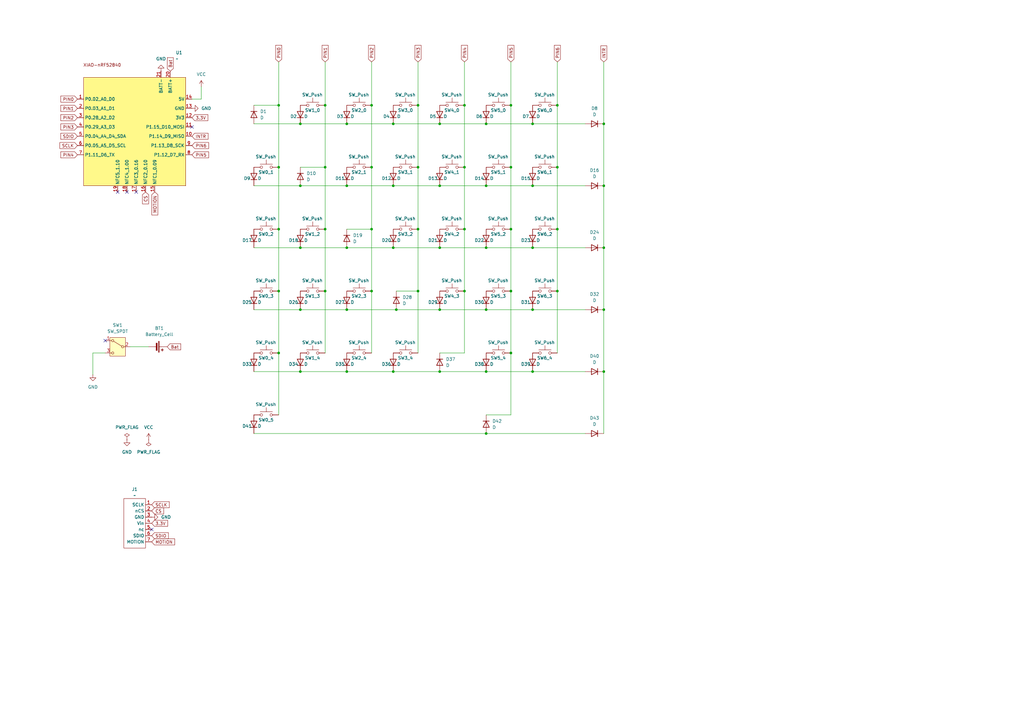
<source format=kicad_sch>
(kicad_sch (version 20231120) (generator "eeschema") (generator_version "8.0")
  (paper "A3")
  (lib_symbols
    (symbol "power:GND" (power) (pin_numbers hide) (pin_names (offset 0) hide)
      (property "Value" "GND" (at 0 -3.81 0))
      (symbol "GND_0_1"
        (polyline (pts (xy 0 0) (xy 0 -1.27) (xy 1.27 -1.27) (xy 0 -2.54) (xy -1.27 -1.27) (xy 0 -1.27)))
      )
      (symbol "GND_1_1"
        (pin power_in line (at 0 0 270) (length 0) (name "~") (number "1"))
      )
    )
    (symbol "power:PWR_FLAG" (power) (pin_numbers hide) (pin_names (offset 0) hide)
      (property "Value" "PWR_FLAG" (at 0 3.81 0))
      (symbol "PWR_FLAG_0_0"
        (pin power_out line (at 0 0 90) (length 0) (name "~") (number "1"))
      )
      (symbol "PWR_FLAG_0_1"
        (polyline (pts (xy 0 0) (xy 0 1.27) (xy -1.016 1.905) (xy 0 2.54) (xy 1.016 1.905) (xy 0 1.27)))
      )
    )
    (symbol "power:VCC" (power) (pin_numbers hide) (pin_names (offset 0) hide)
      (property "Value" "VCC" (at 0 3.556 0))
      (symbol "VCC_0_1"
        (polyline (pts (xy -0.762 1.27) (xy 0 2.54)))
        (polyline (pts (xy 0 0) (xy 0 2.54)))
        (polyline (pts (xy 0 2.54) (xy 0.762 1.27)))
      )
      (symbol "VCC_1_1"
        (pin power_in line (at 0 0 90) (length 0) (name "~") (number "1"))
      )
    )
    (symbol "roBa-Keyboard:Battery_Cell" (pin_numbers hide) (pin_names (offset 0) hide)
      (property "Reference" "BT" (at 2.54 2.54 0))
      (property "Value" "Battery_Cell" (at 2.54 0 0))
      (symbol "Battery_Cell_0_1"
        (rectangle (start -2.286 1.778) (end 2.286 1.524) (fill (type outline)))
        (rectangle (start -1.524 1.016) (end 1.524 0.508) (fill (type outline)))
        (polyline (pts (xy 0 0.762) (xy 0 0)))
        (polyline (pts (xy 0 1.778) (xy 0 2.54)))
        (polyline (pts (xy 0.762 3.048) (xy 1.778 3.048)) (stroke (width 0.254)))
        (polyline (pts (xy 1.27 3.556) (xy 1.27 2.54)) (stroke (width 0.254)))
      )
      (symbol "Battery_Cell_1_1"
        (pin passive line (at 0 5.08 270) (length 2.54) (name "+") (number "1"))
        (pin passive line (at 0 -2.54 90) (length 2.54) (name "-") (number "2"))
      )
    )
    (symbol "roBa-Keyboard:D" (pin_numbers hide) (pin_names (offset 1.016) hide)
      (property "Reference" "D15" (at 1.1684 -2.0066 90))
      (property "Value" "D" (at -1.143 -2.0066 90))
      (symbol "D_0_1"
        (polyline (pts (xy -1.27 1.27) (xy -1.27 -1.27)) (stroke (width 0.254)))
        (polyline (pts (xy 1.27 0) (xy -1.27 0)))
        (polyline (pts (xy 1.27 1.27) (xy 1.27 -1.27) (xy -1.27 0) (xy 1.27 1.27)) (stroke (width 0.254)))
      )
      (symbol "D_1_1"
        (pin passive line (at -3.81 0 0) (length 2.54) (name "K") (number "1"))
        (pin passive line (at 3.81 0 180) (length 2.54) (name "A") (number "2"))
      )
    )
    (symbol "roBa-Keyboard:SW_Push" (pin_numbers hide) (pin_names (offset 1.016) hide)
      (property "Reference" "SW" (at 1.27 2.54 0))
      (property "Value" "SW_Push" (at 0 -1.524 0))
      (symbol "SW_Push_0_1"
        (circle (center -2.032 0) (radius 0.508))
        (polyline (pts (xy 0 1.27) (xy 0 3.048)))
        (polyline (pts (xy 2.54 1.27) (xy -2.54 1.27)))
        (circle (center 2.032 0) (radius 0.508))
        (pin passive line (at -5.08 0 0) (length 2.54) (name "1") (number "1"))
        (pin passive line (at 5.08 0 180) (length 2.54) (name "2") (number "2"))
      )
    )
    (symbol "roBa-Keyboard:SW_SPDT" (pin_names (offset 0) hide)
      (property "Reference" "SW" (at 0 5.08 0))
      (property "Value" "SW_SPDT" (at 0 -5.08 0))
      (symbol "SW_SPDT_0_1"
        (circle (center -2.032 0) (radius 0.4572))
        (polyline (pts (xy -1.651 0.254) (xy 1.651 2.286)))
        (circle (center 2.032 -2.54) (radius 0.4572))
        (circle (center 2.032 2.54) (radius 0.4572))
      )
      (symbol "SW_SPDT_1_1"
        (rectangle (start -3.175 3.81) (end 3.175 -3.81) (fill (type background)))
        (pin passive line (at 5.08 2.54 180) (length 2.54) (name "A") (number "1"))
        (pin passive line (at -5.08 0 0) (length 2.54) (name "B") (number "2"))
        (pin passive line (at 5.08 -2.54 180) (length 2.54) (name "C") (number "3"))
      )
    )
    (symbol "roBa-Keyboard:XIAO-nRF52840"
      (property "Reference" "U" (at 13.97 -3.81 0))
      (symbol "XIAO-nRF52840_1_1"
        (text "XIAO-nRF52840" (at 20.32 -1.27 0) (effects (font (size 1.27 1.27))))
        (text_box "" (at 12.7 -6.35 0) (size 41.91 -44.45) (fill (type color) (color 255 249 138 1)) (effects (font (size 1.27 1.27)) (justify left top)))
        (pin unspecified line (at 10.16 -15.24 0) (length 2.54) (name "P0.02_A0_D0") (number "1"))
        (pin unspecified line (at 57.15 -30.48 180) (length 2.54) (name "P1.14_D9_MISO") (number "10"))
        (pin unspecified line (at 57.15 -26.67 180) (length 2.54) (name "P1.15_D10_MOSI") (number "11"))
        (pin unspecified line (at 57.15 -22.86 180) (length 2.54) (name "3V3") (number "12"))
        (pin unspecified line (at 57.15 -19.05 180) (length 2.54) (name "GND") (number "13"))
        (pin unspecified line (at 57.15 -15.24 180) (length 2.54) (name "5V") (number "14"))
        (pin unspecified line (at 41.91 -53.34 90) (length 2.54) (name "NFC1_0.09") (number "15"))
        (pin unspecified line (at 38.1 -53.34 90) (length 2.54) (name "NFC2_0.10") (number "16"))
        (pin unspecified line (at 34.29 -53.34 90) (length 2.54) (name "NFC3_0.16") (number "17"))
        (pin unspecified line (at 30.48 -53.34 90) (length 2.54) (name "NFC4_1.00") (number "18"))
        (pin unspecified line (at 26.67 -53.34 90) (length 2.54) (name "NFC5_1.10") (number "19"))
        (pin unspecified line (at 10.16 -19.05 0) (length 2.54) (name "P0.03_A1_D1") (number "2"))
        (pin unspecified line (at 48.26 -3.81 270) (length 2.54) (name "BATT+") (number "20"))
        (pin unspecified line (at 44.45 -3.81 270) (length 2.54) (name "BATT-") (number "21"))
        (pin unspecified line (at 10.16 -22.86 0) (length 2.54) (name "P0.28_A2_D2") (number "3"))
        (pin unspecified line (at 10.16 -26.67 0) (length 2.54) (name "P0.29_A3_D3") (number "4"))
        (pin unspecified line (at 10.16 -30.48 0) (length 2.54) (name "P0.04_A4_D4_SDA") (number "5"))
        (pin unspecified line (at 10.16 -34.29 0) (length 2.54) (name "P0.05_A5_D5_SCL") (number "6"))
        (pin unspecified line (at 10.16 -38.1 0) (length 2.54) (name "P1.11_D6_TX") (number "7"))
        (pin unspecified line (at 57.15 -38.1 180) (length 2.54) (name "P1.12_D7_RX") (number "8"))
        (pin unspecified line (at 57.15 -34.29 180) (length 2.54) (name "P1.13_D8_SCK") (number "9"))
      )
    )
    (symbol "roba:pmw3610_breakout"
      (property "Reference" "J1" (at -1.905 3.81 0))
      (property "Value" "~" (at -1.905 1.27 0))
      (symbol "pmw3610_breakout_0_1"
        (rectangle (start -6.35 0) (end 2.54 -20.32))
      )
      (symbol "pmw3610_breakout_1_1"
        (pin unspecified line (at 5.08 -2.54 180) (length 2.54) (name "SCLK") (number "1"))
        (pin unspecified line (at 5.08 -5.08 180) (length 2.54) (name "nCS") (number "2"))
        (pin unspecified line (at 5.08 -7.62 180) (length 2.54) (name "GND") (number "3"))
        (pin unspecified line (at 5.08 -10.16 180) (length 2.54) (name "Vin") (number "4"))
        (pin unspecified line (at 5.08 -12.7 180) (length 2.54) (name "nc") (number "5"))
        (pin unspecified line (at 5.08 -15.24 180) (length 2.54) (name "SDIO") (number "6"))
        (pin unspecified line (at 5.08 -17.78 180) (length 2.54) (name "MOTION") (number "7"))
      )
    )
  )
  (junction (at 152.4 119.38))
  (junction (at 152.4 93.98))
  (junction (at 142.24 127))
  (junction (at 123.19 152.4))
  (junction (at 180.34 152.4))
  (junction (at 171.45 43.18))
  (junction (at 142.24 76.2))
  (junction (at 123.19 76.2))
  (junction (at 171.45 119.38))
  (junction (at 190.5 93.98))
  (junction (at 142.24 50.8))
  (junction (at 114.3 119.38))
  (junction (at 161.29 101.6))
  (junction (at 247.65 152.4))
  (junction (at 114.3 43.18))
  (junction (at 180.34 76.2))
  (junction (at 209.55 43.18))
  (junction (at 162.56 127))
  (junction (at 228.6 93.98))
  (junction (at 123.19 101.6))
  (junction (at 228.6 68.58))
  (junction (at 199.39 127))
  (junction (at 209.55 68.58))
  (junction (at 199.39 177.8))
  (junction (at 123.19 127))
  (junction (at 123.19 50.8))
  (junction (at 228.6 43.18))
  (junction (at 209.55 119.38))
  (junction (at 180.34 50.8))
  (junction (at 114.3 93.98))
  (junction (at 199.39 101.6))
  (junction (at 190.5 119.38))
  (junction (at 247.65 127))
  (junction (at 190.5 43.18))
  (junction (at 218.44 127))
  (junction (at 199.39 76.2))
  (junction (at 142.24 101.6))
  (junction (at 218.44 76.2))
  (junction (at 152.4 43.18))
  (junction (at 161.29 152.4))
  (junction (at 209.55 93.98))
  (junction (at 247.65 50.8))
  (junction (at 171.45 93.98))
  (junction (at 161.29 50.8))
  (junction (at 133.35 43.18))
  (junction (at 218.44 152.4))
  (junction (at 142.24 152.4))
  (junction (at 218.44 50.8))
  (junction (at 152.4 68.58))
  (junction (at 171.45 68.58))
  (junction (at 133.35 93.98))
  (junction (at 209.55 144.78))
  (junction (at 161.29 76.2))
  (junction (at 199.39 152.4))
  (junction (at 247.65 101.6))
  (junction (at 133.35 68.58))
  (junction (at 199.39 50.8))
  (junction (at 247.65 76.2))
  (junction (at 180.34 127))
  (junction (at 114.3 68.58))
  (junction (at 180.34 101.6))
  (junction (at 228.6 119.38))
  (junction (at 218.44 101.6))
  (junction (at 114.3 144.78))
  (junction (at 133.35 119.38))
  (junction (at 190.5 68.58))
  (no_connect (at 78.74 52.07))
  (no_connect (at 55.88 78.74))
  (no_connect (at 43.18 139.7))
  (no_connect (at 52.07 78.74))
  (no_connect (at 48.26 78.74))
  (no_connect (at 62.23 217.17))
  (wire (pts (xy 152.4 119.38) (xy 152.4 144.78)))
  (wire (pts (xy 78.74 40.64) (xy 82.55 40.64)))
  (wire (pts (xy 114.3 68.58) (xy 114.3 93.98)))
  (wire (pts (xy 209.55 68.58) (xy 209.55 93.98)))
  (wire (pts (xy 247.65 152.4) (xy 247.65 177.8)))
  (wire (pts (xy 199.39 177.8) (xy 240.03 177.8)))
  (wire (pts (xy 142.24 50.8) (xy 161.29 50.8)))
  (wire (pts (xy 152.4 93.98) (xy 152.4 119.38)))
  (wire (pts (xy 161.29 76.2) (xy 180.34 76.2)))
  (wire (pts (xy 162.56 119.38) (xy 171.45 119.38)))
  (wire (pts (xy 133.35 25.4) (xy 133.35 43.18)))
  (wire (pts (xy 218.44 76.2) (xy 240.03 76.2)))
  (wire (pts (xy 123.19 152.4) (xy 142.24 152.4)))
  (wire (pts (xy 247.65 101.6) (xy 247.65 127)))
  (wire (pts (xy 209.55 93.98) (xy 209.55 119.38)))
  (wire (pts (xy 38.1 153.67) (xy 38.1 144.78)))
  (wire (pts (xy 114.3 25.4) (xy 114.3 43.18)))
  (wire (pts (xy 190.5 119.38) (xy 190.5 144.78)))
  (wire (pts (xy 171.45 68.58) (xy 171.45 93.98)))
  (wire (pts (xy 104.14 101.6) (xy 123.19 101.6)))
  (wire (pts (xy 123.19 127) (xy 142.24 127)))
  (wire (pts (xy 247.65 25.4) (xy 247.65 50.8)))
  (wire (pts (xy 218.44 152.4) (xy 240.03 152.4)))
  (wire (pts (xy 142.24 76.2) (xy 161.29 76.2)))
  (wire (pts (xy 171.45 25.4) (xy 171.45 43.18)))
  (wire (pts (xy 190.5 68.58) (xy 190.5 93.98)))
  (wire (pts (xy 247.65 127) (xy 247.65 152.4)))
  (wire (pts (xy 228.6 93.98) (xy 228.6 119.38)))
  (wire (pts (xy 199.39 101.6) (xy 218.44 101.6)))
  (wire (pts (xy 104.14 50.8) (xy 123.19 50.8)))
  (wire (pts (xy 209.55 119.38) (xy 209.55 144.78)))
  (wire (pts (xy 82.55 35.56) (xy 82.55 40.64)))
  (wire (pts (xy 209.55 25.4) (xy 209.55 43.18)))
  (wire (pts (xy 218.44 50.8) (xy 240.03 50.8)))
  (wire (pts (xy 218.44 101.6) (xy 240.03 101.6)))
  (wire (pts (xy 104.14 76.2) (xy 123.19 76.2)))
  (wire (pts (xy 209.55 144.78) (xy 209.55 170.18)))
  (wire (pts (xy 152.4 25.4) (xy 152.4 43.18)))
  (wire (pts (xy 190.5 25.4) (xy 190.5 43.18)))
  (wire (pts (xy 142.24 152.4) (xy 161.29 152.4)))
  (wire (pts (xy 180.34 152.4) (xy 199.39 152.4)))
  (wire (pts (xy 133.35 68.58) (xy 133.35 93.98)))
  (wire (pts (xy 199.39 152.4) (xy 218.44 152.4)))
  (wire (pts (xy 133.35 93.98) (xy 133.35 119.38)))
  (wire (pts (xy 180.34 50.8) (xy 199.39 50.8)))
  (wire (pts (xy 180.34 101.6) (xy 199.39 101.6)))
  (wire (pts (xy 104.14 177.8) (xy 199.39 177.8)))
  (wire (pts (xy 199.39 50.8) (xy 218.44 50.8)))
  (wire (pts (xy 104.14 127) (xy 123.19 127)))
  (wire (pts (xy 104.14 43.18) (xy 114.3 43.18)))
  (wire (pts (xy 142.24 93.98) (xy 152.4 93.98)))
  (wire (pts (xy 142.24 101.6) (xy 161.29 101.6)))
  (wire (pts (xy 114.3 119.38) (xy 114.3 144.78)))
  (wire (pts (xy 161.29 50.8) (xy 180.34 50.8)))
  (wire (pts (xy 123.19 76.2) (xy 142.24 76.2)))
  (wire (pts (xy 123.19 101.6) (xy 142.24 101.6)))
  (wire (pts (xy 133.35 119.38) (xy 133.35 144.78)))
  (wire (pts (xy 171.45 93.98) (xy 171.45 119.38)))
  (wire (pts (xy 180.34 127) (xy 199.39 127)))
  (wire (pts (xy 218.44 127) (xy 240.03 127)))
  (wire (pts (xy 142.24 127) (xy 162.56 127)))
  (wire (pts (xy 38.1 144.78) (xy 43.18 144.78)))
  (wire (pts (xy 114.3 93.98) (xy 114.3 119.38)))
  (wire (pts (xy 190.5 93.98) (xy 190.5 119.38)))
  (wire (pts (xy 114.3 43.18) (xy 114.3 68.58)))
  (wire (pts (xy 171.45 119.38) (xy 171.45 144.78)))
  (wire (pts (xy 180.34 76.2) (xy 199.39 76.2)))
  (wire (pts (xy 171.45 43.18) (xy 171.45 68.58)))
  (wire (pts (xy 152.4 68.58) (xy 152.4 93.98)))
  (wire (pts (xy 123.19 68.58) (xy 133.35 68.58)))
  (wire (pts (xy 228.6 119.38) (xy 228.6 144.78)))
  (wire (pts (xy 133.35 43.18) (xy 133.35 68.58)))
  (wire (pts (xy 123.19 50.8) (xy 142.24 50.8)))
  (wire (pts (xy 199.39 170.18) (xy 209.55 170.18)))
  (wire (pts (xy 162.56 127) (xy 180.34 127)))
  (wire (pts (xy 199.39 127) (xy 218.44 127)))
  (wire (pts (xy 180.34 144.78) (xy 190.5 144.78)))
  (wire (pts (xy 228.6 43.18) (xy 228.6 68.58)))
  (wire (pts (xy 228.6 68.58) (xy 228.6 93.98)))
  (wire (pts (xy 190.5 43.18) (xy 190.5 68.58)))
  (wire (pts (xy 114.3 144.78) (xy 114.3 170.18)))
  (wire (pts (xy 152.4 43.18) (xy 152.4 68.58)))
  (wire (pts (xy 199.39 76.2) (xy 218.44 76.2)))
  (wire (pts (xy 209.55 43.18) (xy 209.55 68.58)))
  (wire (pts (xy 161.29 152.4) (xy 180.34 152.4)))
  (wire (pts (xy 228.6 25.4) (xy 228.6 43.18)))
  (wire (pts (xy 247.65 50.8) (xy 247.65 76.2)))
  (wire (pts (xy 161.29 101.6) (xy 180.34 101.6)))
  (wire (pts (xy 53.34 142.24) (xy 60.96 142.24)))
  (wire (pts (xy 247.65 76.2) (xy 247.65 101.6)))
  (wire (pts (xy 104.14 152.4) (xy 123.19 152.4)))
  (global_label "SCLK" (shape input) (at 62.23 207.01 0) (property "Intersheetrefs" "${INTERSHEET_REFS}" (effects (hide yes))))
  (global_label "INTR" (shape input) (at 247.65 25.4 90) (property "Intersheetrefs" "${INTERSHEET_REFS}" (effects (hide yes))))
  (global_label "PIN3" (shape input) (at 171.45 25.4 90) (property "Intersheetrefs" "${INTERSHEET_REFS}" (effects (hide yes))))
  (global_label "PIN5" (shape input) (at 78.74 63.5 0) (property "Intersheetrefs" "${INTERSHEET_REFS}" (effects (hide yes))))
  (global_label "MOTION" (shape input) (at 62.23 222.25 0) (property "Intersheetrefs" "${INTERSHEET_REFS}" (effects (hide yes))))
  (global_label "PIN0" (shape input) (at 114.3 25.4 90) (property "Intersheetrefs" "${INTERSHEET_REFS}" (effects (hide yes))))
  (global_label "PIN6" (shape input) (at 228.6 25.4 90) (property "Intersheetrefs" "${INTERSHEET_REFS}" (effects (hide yes))))
  (global_label "MOTION" (shape input) (at 63.5 78.74 270) (property "Intersheetrefs" "${INTERSHEET_REFS}" (effects (hide yes))))
  (global_label "PIN1" (shape input) (at 31.75 44.45 180) (property "Intersheetrefs" "${INTERSHEET_REFS}" (effects (hide yes))))
  (global_label "PIN2" (shape input) (at 152.4 25.4 90) (property "Intersheetrefs" "${INTERSHEET_REFS}" (effects (hide yes))))
  (global_label "PIN5" (shape input) (at 209.55 25.4 90) (property "Intersheetrefs" "${INTERSHEET_REFS}" (effects (hide yes))))
  (global_label "PIN1" (shape input) (at 133.35 25.4 90) (property "Intersheetrefs" "${INTERSHEET_REFS}" (effects (hide yes))))
  (global_label "SDIO" (shape input) (at 31.75 55.88 180) (property "Intersheetrefs" "${INTERSHEET_REFS}" (effects (hide yes))))
  (global_label "PIN6" (shape input) (at 78.74 59.69 0) (property "Intersheetrefs" "${INTERSHEET_REFS}" (effects (hide yes))))
  (global_label "PIN2" (shape input) (at 31.75 48.26 180) (property "Intersheetrefs" "${INTERSHEET_REFS}" (effects (hide yes))))
  (global_label "PIN4" (shape input) (at 31.75 63.5 180) (property "Intersheetrefs" "${INTERSHEET_REFS}" (effects (hide yes))))
  (global_label "PIN0" (shape input) (at 31.75 40.64 180) (property "Intersheetrefs" "${INTERSHEET_REFS}" (effects (hide yes))))
  (global_label "SDIO" (shape input) (at 62.23 219.71 0) (property "Intersheetrefs" "${INTERSHEET_REFS}" (effects (hide yes))))
  (global_label "INTR" (shape input) (at 78.74 55.88 0) (property "Intersheetrefs" "${INTERSHEET_REFS}" (effects (hide yes))))
  (global_label "PIN3" (shape input) (at 31.75 52.07 180) (property "Intersheetrefs" "${INTERSHEET_REFS}" (effects (hide yes))))
  (global_label "3.3V" (shape input) (at 62.23 214.63 0) (property "Intersheetrefs" "${INTERSHEET_REFS}" (effects (hide yes))))
  (global_label "PIN4" (shape input) (at 190.5 25.4 90) (property "Intersheetrefs" "${INTERSHEET_REFS}" (effects (hide yes))))
  (global_label "CS" (shape input) (at 59.69 78.74 270) (property "Intersheetrefs" "${INTERSHEET_REFS}" (effects (hide yes))))
  (global_label "SCLK" (shape input) (at 31.75 59.69 180) (property "Intersheetrefs" "${INTERSHEET_REFS}" (effects (hide yes))))
  (global_label "Bat" (shape input) (at 69.85 29.21 90) (property "Intersheetrefs" "${INTERSHEET_REFS}" (effects (hide yes))))
  (global_label "3.3V" (shape input) (at 78.74 48.26 0) (property "Intersheetrefs" "${INTERSHEET_REFS}" (effects (hide yes))))
  (global_label "CS" (shape input) (at 62.23 209.55 0) (property "Intersheetrefs" "${INTERSHEET_REFS}" (effects (hide yes))))
  (global_label "Bat" (shape input) (at 68.58 142.24 0) (property "Intersheetrefs" "${INTERSHEET_REFS}" (effects (hide yes))))
  (symbol (lib_id "roBa-Keyboard:D") (at 199.39 173.99 270) (unit 1)
    (property "Reference" "D42" (at 201.93 172.7199 90) (effects (justify left)))
    (property "Value" "D" (at 201.93 175.2599 90) (effects (justify left)))
    (property "Footprint" "sym6_salicyl:Diode_TH_SMD" (effects (hide yes)))
  )
  (symbol (lib_id "roBa-Keyboard:D") (at 218.44 123.19 90) (unit 1)
    (property "Reference" "D31" (at 215.646 123.952 90))
    (property "Value" "D" (at 220.726 123.952 90))
    (property "Footprint" "sym6_salicyl:Diode_TH_SMD" (effects (hide yes)))
  )
  (symbol (lib_id "power:VCC") (at 82.55 35.56 0) (unit 1)
    (property "Reference" "#PWR03" (effects (hide yes)))
    (property "Value" "VCC" (at 82.55 30.48 0))
    (property "Description" "Power symbol creates a global label with name \"VCC\"" (effects (hide yes)))
  )
  (symbol (lib_id "roBa-Keyboard:SW_Push") (at 109.22 93.98 0) (unit 1)
    (property "Reference" "SW0_2" (at 112.268 96.012 0) (effects (justify right)))
    (property "Value" "SW_Push" (at 113.284 89.662 0) (effects (justify right)))
    (property "Footprint" "sym6_salicyl:Choc_v2_Hotswap_1u" (effects (hide yes)))
    (property "Description" "Push button switch, generic, two pins" (effects (hide yes)))
  )
  (symbol (lib_id "roBa-Keyboard:D") (at 142.24 148.59 90) (unit 1)
    (property "Reference" "D35" (at 139.446 149.352 90))
    (property "Value" "D" (at 144.526 149.352 90))
    (property "Footprint" "sym6_salicyl:Diode_TH_SMD" (effects (hide yes)))
  )
  (symbol (lib_id "roBa-Keyboard:D") (at 161.29 46.99 90) (unit 1)
    (property "Reference" "D4" (at 158.496 47.752 90))
    (property "Value" "D" (at 163.576 47.752 90))
    (property "Footprint" "sym6_salicyl:Diode_TH_SMD" (effects (hide yes)))
  )
  (symbol (lib_id "roBa-Keyboard:D") (at 199.39 72.39 90) (unit 1)
    (property "Reference" "D14" (at 196.596 73.152 90))
    (property "Value" "D" (at 201.676 73.152 90))
    (property "Footprint" "sym6_salicyl:Diode_TH_SMD" (effects (hide yes)))
  )
  (symbol (lib_id "roBa-Keyboard:D") (at 123.19 46.99 90) (unit 1)
    (property "Reference" "D2" (at 120.396 47.752 90))
    (property "Value" "D" (at 125.476 47.752 90))
    (property "Footprint" "sym6_salicyl:Diode_TH_SMD" (effects (hide yes)))
  )
  (symbol (lib_id "roBa-Keyboard:SW_Push") (at 223.52 43.18 0) (unit 1)
    (property "Reference" "SW6_0" (at 226.568 45.212 0) (effects (justify right)))
    (property "Value" "SW_Push" (at 227.584 38.862 0) (effects (justify right)))
    (property "Footprint" "sym6_salicyl:Choc_v2_Hotswap_1u" (effects (hide yes)))
    (property "Description" "Push button switch, generic, two pins" (effects (hide yes)))
  )
  (symbol (lib_id "power:PWR_FLAG") (at 52.07 180.34 0) (unit 1)
    (property "Reference" "#FLG01" (effects (hide yes)))
    (property "Value" "PWR_FLAG" (at 52.07 175.26 0))
    (property "Description" "Special symbol for telling ERC where power comes from" (effects (hide yes)))
  )
  (symbol (lib_id "roBa-Keyboard:SW_Push") (at 128.27 119.38 0) (unit 1)
    (property "Reference" "SW1_3" (at 131.318 121.412 0) (effects (justify right)))
    (property "Value" "SW_Push" (at 132.334 115.062 0) (effects (justify right)))
    (property "Footprint" "sym6_salicyl:Choc_v2_Hotswap_1u" (effects (hide yes)))
    (property "Description" "Push button switch, generic, two pins" (effects (hide yes)))
  )
  (symbol (lib_id "roBa-Keyboard:D") (at 243.84 50.8 180) (unit 1)
    (property "Reference" "D8" (at 243.84 44.45 0))
    (property "Value" "D" (at 243.84 46.99 0))
    (property "Footprint" "sym6_salicyl:Diode_TH_SMD" (effects (hide yes)))
  )
  (symbol (lib_id "roBa-Keyboard:D") (at 161.29 97.79 90) (unit 1)
    (property "Reference" "D20" (at 158.496 98.552 90))
    (property "Value" "D" (at 163.576 98.552 90))
    (property "Footprint" "sym6_salicyl:Diode_TH_SMD" (effects (hide yes)))
  )
  (symbol (lib_id "roBa-Keyboard:D") (at 161.29 72.39 90) (unit 1)
    (property "Reference" "D12" (at 158.496 73.152 90))
    (property "Value" "D" (at 163.576 73.152 90))
    (property "Footprint" "sym6_salicyl:Diode_TH_SMD" (effects (hide yes)))
  )
  (symbol (lib_id "roBa-Keyboard:SW_Push") (at 185.42 68.58 0) (unit 1)
    (property "Reference" "SW4_1" (at 188.468 70.612 0) (effects (justify right)))
    (property "Value" "SW_Push" (at 189.484 64.262 0) (effects (justify right)))
    (property "Footprint" "sym6_salicyl:Choc_v2_Hotswap_1u" (effects (hide yes)))
    (property "Description" "Push button switch, generic, two pins" (effects (hide yes)))
  )
  (symbol (lib_id "power:GND") (at 52.07 180.34 0) (unit 1)
    (property "Reference" "#PWR07" (effects (hide yes)))
    (property "Value" "GND" (at 52.07 185.42 0))
    (property "Description" "Power symbol creates a global label with name \"GND\" , ground" (effects (hide yes)))
  )
  (symbol (lib_id "roBa-Keyboard:D") (at 104.14 173.99 90) (unit 1)
    (property "Reference" "D41" (at 101.346 174.752 90))
    (property "Value" "D" (at 106.426 174.752 90))
    (property "Footprint" "sym6_salicyl:Diode_TH_SMD" (effects (hide yes)))
  )
  (symbol (lib_id "roBa-Keyboard:SW_Push") (at 185.42 119.38 0) (unit 1)
    (property "Reference" "SW4_3" (at 188.468 121.412 0) (effects (justify right)))
    (property "Value" "SW_Push" (at 189.484 115.062 0) (effects (justify right)))
    (property "Footprint" "sym6_salicyl:Choc_v2_Hotswap_1u" (effects (hide yes)))
    (property "Description" "Push button switch, generic, two pins" (effects (hide yes)))
  )
  (symbol (lib_id "roBa-Keyboard:D") (at 161.29 148.59 90) (unit 1)
    (property "Reference" "D36" (at 158.496 149.352 90))
    (property "Value" "D" (at 163.576 149.352 90))
    (property "Footprint" "sym6_salicyl:Diode_TH_SMD" (effects (hide yes)))
  )
  (symbol (lib_id "roBa-Keyboard:SW_Push") (at 147.32 43.18 0) (unit 1)
    (property "Reference" "SW2_0" (at 150.368 45.212 0) (effects (justify right)))
    (property "Value" "SW_Push" (at 151.384 38.862 0) (effects (justify right)))
    (property "Footprint" "sym6_salicyl:Choc_v2_Hotswap_1u" (effects (hide yes)))
    (property "Description" "Push button switch, generic, two pins" (effects (hide yes)))
  )
  (symbol (lib_id "roBa-Keyboard:SW_Push") (at 204.47 43.18 0) (unit 1)
    (property "Reference" "SW5_0" (at 207.518 45.212 0) (effects (justify right)))
    (property "Value" "SW_Push" (at 208.534 38.862 0) (effects (justify right)))
    (property "Footprint" "sym6_salicyl:Choc_v2_Hotswap_1u" (effects (hide yes)))
    (property "Description" "Push button switch, generic, two pins" (effects (hide yes)))
  )
  (symbol (lib_id "roBa-Keyboard:D") (at 123.19 148.59 90) (unit 1)
    (property "Reference" "D34" (at 120.396 149.352 90))
    (property "Value" "D" (at 125.476 149.352 90))
    (property "Footprint" "sym6_salicyl:Diode_TH_SMD" (effects (hide yes)))
  )
  (symbol (lib_id "roBa-Keyboard:SW_Push") (at 166.37 93.98 0) (unit 1)
    (property "Reference" "SW3_2" (at 169.418 96.012 0) (effects (justify right)))
    (property "Value" "SW_Push" (at 170.434 89.662 0) (effects (justify right)))
    (property "Footprint" "sym6_salicyl:Choc_v2_Hotswap_1u" (effects (hide yes)))
    (property "Description" "Push button switch, generic, two pins" (effects (hide yes)))
  )
  (symbol (lib_id "roBa-Keyboard:SW_Push") (at 109.22 144.78 0) (unit 1)
    (property "Reference" "SW0_4" (at 112.268 146.812 0) (effects (justify right)))
    (property "Value" "SW_Push" (at 113.284 140.462 0) (effects (justify right)))
    (property "Footprint" "sym6_salicyl:Choc_v2_Hotswap_1u" (effects (hide yes)))
    (property "Description" "Push button switch, generic, two pins" (effects (hide yes)))
  )
  (symbol (lib_id "roBa-Keyboard:D") (at 142.24 46.99 90) (unit 1)
    (property "Reference" "D3" (at 139.446 47.752 90))
    (property "Value" "D" (at 144.526 47.752 90))
    (property "Footprint" "sym6_salicyl:Diode_TH_SMD" (effects (hide yes)))
  )
  (symbol (lib_id "roBa-Keyboard:D") (at 199.39 46.99 90) (unit 1)
    (property "Reference" "D6" (at 196.596 47.752 90))
    (property "Value" "D" (at 201.676 47.752 90))
    (property "Footprint" "sym6_salicyl:Diode_TH_SMD" (effects (hide yes)))
  )
  (symbol (lib_id "roBa-Keyboard:D") (at 218.44 148.59 90) (unit 1)
    (property "Reference" "D39" (at 215.646 149.352 90))
    (property "Value" "D" (at 220.726 149.352 90))
    (property "Footprint" "sym6_salicyl:Diode_TH_SMD" (effects (hide yes)))
  )
  (symbol (lib_id "roBa-Keyboard:Battery_Cell") (at 63.5 142.24 270) (unit 1)
    (property "Reference" "BT1" (at 65.3415 134.62 90))
    (property "Value" "Battery_Cell" (at 65.3415 137.16 90))
    (property "Footprint" "sym6_roba:JST_S2B-PH-SM4-TB" (effects (hide yes)))
    (property "Description" "Single-cell battery" (effects (hide yes)))
  )
  (symbol (lib_id "roBa-Keyboard:D") (at 180.34 123.19 90) (unit 1)
    (property "Reference" "D29" (at 177.546 123.952 90))
    (property "Value" "D" (at 182.626 123.952 90))
    (property "Footprint" "sym6_salicyl:Diode_TH_SMD" (effects (hide yes)))
  )
  (symbol (lib_id "roBa-Keyboard:D") (at 104.14 46.99 270) (unit 1)
    (property "Reference" "D1" (at 106.68 45.7199 90) (effects (justify left)))
    (property "Value" "D" (at 106.68 48.2599 90) (effects (justify left)))
    (property "Footprint" "sym6_salicyl:Diode_TH_SMD" (effects (hide yes)))
  )
  (symbol (lib_id "power:GND") (at 38.1 153.67 0) (unit 1)
    (property "Reference" "#PWR05" (effects (hide yes)))
    (property "Value" "GND" (at 38.1 158.75 0))
    (property "Description" "Power symbol creates a global label with name \"GND\" , ground" (effects (hide yes)))
  )
  (symbol (lib_id "roBa-Keyboard:SW_Push") (at 128.27 144.78 0) (unit 1)
    (property "Reference" "SW1_4" (at 131.318 146.812 0) (effects (justify right)))
    (property "Value" "SW_Push" (at 132.334 140.462 0) (effects (justify right)))
    (property "Footprint" "sym6_salicyl:Choc_v2_Hotswap_1u" (effects (hide yes)))
    (property "Description" "Push button switch, generic, two pins" (effects (hide yes)))
  )
  (symbol (lib_id "roBa-Keyboard:SW_Push") (at 223.52 68.58 0) (unit 1)
    (property "Reference" "SW6_1" (at 226.568 70.612 0) (effects (justify right)))
    (property "Value" "SW_Push" (at 227.584 64.262 0) (effects (justify right)))
    (property "Footprint" "sym6_salicyl:Choc_v2_Hotswap_1u" (effects (hide yes)))
    (property "Description" "Push button switch, generic, two pins" (effects (hide yes)))
  )
  (symbol (lib_id "roBa-Keyboard:D") (at 180.34 46.99 90) (unit 1)
    (property "Reference" "D5" (at 177.546 47.752 90))
    (property "Value" "D" (at 182.626 47.752 90))
    (property "Footprint" "sym6_salicyl:Diode_TH_SMD" (effects (hide yes)))
  )
  (symbol (lib_id "roBa-Keyboard:D") (at 180.34 97.79 90) (unit 1)
    (property "Reference" "D21" (at 177.546 98.552 90))
    (property "Value" "D" (at 182.626 98.552 90))
    (property "Footprint" "sym6_salicyl:Diode_TH_SMD" (effects (hide yes)))
  )
  (symbol (lib_id "roBa-Keyboard:SW_Push") (at 223.52 93.98 0) (unit 1)
    (property "Reference" "SW6_2" (at 226.568 96.012 0) (effects (justify right)))
    (property "Value" "SW_Push" (at 227.584 89.662 0) (effects (justify right)))
    (property "Footprint" "sym6_salicyl:Choc_v2_Hotswap_1u" (effects (hide yes)))
    (property "Description" "Push button switch, generic, two pins" (effects (hide yes)))
  )
  (symbol (lib_id "roBa-Keyboard:D") (at 199.39 148.59 90) (unit 1)
    (property "Reference" "D38" (at 196.596 149.352 90))
    (property "Value" "D" (at 201.676 149.352 90))
    (property "Footprint" "sym6_salicyl:Diode_TH_SMD" (effects (hide yes)))
  )
  (symbol (lib_id "roBa-Keyboard:SW_Push") (at 166.37 144.78 0) (unit 1)
    (property "Reference" "SW3_4" (at 169.418 146.812 0) (effects (justify right)))
    (property "Value" "SW_Push" (at 170.434 140.462 0) (effects (justify right)))
    (property "Footprint" "sym6_salicyl:Choc_v2_Hotswap_1u" (effects (hide yes)))
    (property "Description" "Push button switch, generic, two pins" (effects (hide yes)))
  )
  (symbol (lib_id "roBa-Keyboard:SW_Push") (at 147.32 119.38 0) (unit 1)
    (property "Reference" "SW2_3" (at 150.368 121.412 0) (effects (justify right)))
    (property "Value" "SW_Push" (at 151.384 115.062 0) (effects (justify right)))
    (property "Footprint" "sym6_salicyl:Choc_v2_Hotswap_1u" (effects (hide yes)))
    (property "Description" "Push button switch, generic, two pins" (effects (hide yes)))
  )
  (symbol (lib_id "roBa-Keyboard:D") (at 218.44 72.39 90) (unit 1)
    (property "Reference" "D15" (at 215.646 73.152 90))
    (property "Value" "D" (at 220.726 73.152 90))
    (property "Footprint" "sym6_salicyl:Diode_TH_SMD" (effects (hide yes)))
  )
  (symbol (lib_id "roBa-Keyboard:D") (at 104.14 123.19 90) (unit 1)
    (property "Reference" "D25" (at 101.346 123.952 90))
    (property "Value" "D" (at 106.426 123.952 90))
    (property "Footprint" "sym6_salicyl:Diode_TH_SMD" (effects (hide yes)))
  )
  (symbol (lib_id "roBa-Keyboard:D") (at 142.24 97.79 270) (unit 1)
    (property "Reference" "D19" (at 144.78 96.5199 90) (effects (justify left)))
    (property "Value" "D" (at 144.78 99.0599 90) (effects (justify left)))
    (property "Footprint" "sym6_salicyl:Diode_TH_SMD" (effects (hide yes)))
  )
  (symbol (lib_id "roBa-Keyboard:D") (at 243.84 76.2 180) (unit 1)
    (property "Reference" "D16" (at 243.84 69.85 0))
    (property "Value" "D" (at 243.84 72.39 0))
    (property "Footprint" "sym6_salicyl:Diode_TH_SMD" (effects (hide yes)))
  )
  (symbol (lib_id "roBa-Keyboard:D") (at 180.34 148.59 270) (unit 1)
    (property "Reference" "D37" (at 182.88 147.3199 90) (effects (justify left)))
    (property "Value" "D" (at 182.88 149.8599 90) (effects (justify left)))
    (property "Footprint" "sym6_salicyl:Diode_TH_SMD" (effects (hide yes)))
  )
  (symbol (lib_id "roBa-Keyboard:D") (at 142.24 72.39 90) (unit 1)
    (property "Reference" "D11" (at 139.446 73.152 90))
    (property "Value" "D" (at 144.526 73.152 90))
    (property "Footprint" "sym6_salicyl:Diode_TH_SMD" (effects (hide yes)))
  )
  (symbol (lib_id "roBa-Keyboard:SW_Push") (at 109.22 170.18 0) (unit 1)
    (property "Reference" "SW0_5" (at 112.268 172.212 0) (effects (justify right)))
    (property "Value" "SW_Push" (at 113.284 165.862 0) (effects (justify right)))
    (property "Footprint" "sym6_salicyl:Choc_v2_Hotswap_1u" (effects (hide yes)))
    (property "Description" "Push button switch, generic, two pins" (effects (hide yes)))
  )
  (symbol (lib_id "roBa-Keyboard:SW_Push") (at 128.27 93.98 0) (unit 1)
    (property "Reference" "SW1_2" (at 131.318 96.012 0) (effects (justify right)))
    (property "Value" "SW_Push" (at 132.334 89.662 0) (effects (justify right)))
    (property "Footprint" "sym6_salicyl:Choc_v2_Hotswap_1u" (effects (hide yes)))
    (property "Description" "Push button switch, generic, two pins" (effects (hide yes)))
  )
  (symbol (lib_id "roBa-Keyboard:SW_Push") (at 109.22 119.38 0) (unit 1)
    (property "Reference" "SW0_3" (at 112.268 121.412 0) (effects (justify right)))
    (property "Value" "SW_Push" (at 113.284 115.062 0) (effects (justify right)))
    (property "Footprint" "sym6_salicyl:Choc_v2_Hotswap_1u" (effects (hide yes)))
    (property "Description" "Push button switch, generic, two pins" (effects (hide yes)))
  )
  (symbol (lib_id "roBa-Keyboard:D") (at 218.44 46.99 90) (unit 1)
    (property "Reference" "D7" (at 215.646 47.752 90))
    (property "Value" "D" (at 220.726 47.752 90))
    (property "Footprint" "sym6_salicyl:Diode_TH_SMD" (effects (hide yes)))
  )
  (symbol (lib_id "roBa-Keyboard:D") (at 104.14 97.79 90) (unit 1)
    (property "Reference" "D17" (at 101.346 98.552 90))
    (property "Value" "D" (at 106.426 98.552 90))
    (property "Footprint" "sym6_salicyl:Diode_TH_SMD" (effects (hide yes)))
  )
  (symbol (lib_id "power:GND") (at 78.74 44.45 90) (unit 1)
    (property "Reference" "#PWR04" (effects (hide yes)))
    (property "Value" "GND" (at 82.55 44.4499 90) (effects (justify right)))
    (property "Description" "Power symbol creates a global label with name \"GND\" , ground" (effects (hide yes)))
  )
  (symbol (lib_id "power:GND") (at 66.04 29.21 0) (mirror x) (unit 1)
    (property "Reference" "#PWR06" (effects (hide yes)))
    (property "Value" "GND" (at 66.04 24.13 0))
    (property "Description" "Power symbol creates a global label with name \"GND\" , ground" (effects (hide yes)))
  )
  (symbol (lib_id "roBa-Keyboard:D") (at 243.84 152.4 180) (unit 1)
    (property "Reference" "D40" (at 243.84 146.05 0))
    (property "Value" "D" (at 243.84 148.59 0))
    (property "Footprint" "sym6_salicyl:Diode_TH_SMD" (effects (hide yes)))
  )
  (symbol (lib_id "roBa-Keyboard:D") (at 104.14 72.39 90) (unit 1)
    (property "Reference" "D9" (at 101.346 73.152 90))
    (property "Value" "D" (at 106.426 73.152 90))
    (property "Footprint" "sym6_salicyl:Diode_TH_SMD" (effects (hide yes)))
  )
  (symbol (lib_id "power:VCC") (at 60.96 180.34 0) (unit 1)
    (property "Reference" "#PWR08" (effects (hide yes)))
    (property "Value" "VCC" (at 60.96 175.26 0))
    (property "Description" "Power symbol creates a global label with name \"VCC\"" (effects (hide yes)))
  )
  (symbol (lib_id "power:PWR_FLAG") (at 60.96 180.34 0) (mirror x) (unit 1)
    (property "Reference" "#FLG02" (effects (hide yes)))
    (property "Value" "PWR_FLAG" (at 60.96 185.42 0))
    (property "Description" "Special symbol for telling ERC where power comes from" (effects (hide yes)))
  )
  (symbol (lib_id "roBa-Keyboard:SW_Push") (at 147.32 68.58 0) (unit 1)
    (property "Reference" "SW2_1" (at 150.368 70.612 0) (effects (justify right)))
    (property "Value" "SW_Push" (at 151.384 64.262 0) (effects (justify right)))
    (property "Footprint" "sym6_salicyl:Choc_v2_Hotswap_1u" (effects (hide yes)))
    (property "Description" "Push button switch, generic, two pins" (effects (hide yes)))
  )
  (symbol (lib_id "roBa-Keyboard:D") (at 162.56 123.19 270) (unit 1)
    (property "Reference" "D28" (at 165.1 121.9199 90) (effects (justify left)))
    (property "Value" "D" (at 165.1 124.4599 90) (effects (justify left)))
    (property "Footprint" "sym6_salicyl:Diode_TH_SMD" (effects (hide yes)))
  )
  (symbol (lib_id "roBa-Keyboard:D") (at 104.14 148.59 90) (unit 1)
    (property "Reference" "D33" (at 101.346 149.352 90))
    (property "Value" "D" (at 106.426 149.352 90))
    (property "Footprint" "sym6_salicyl:Diode_TH_SMD" (effects (hide yes)))
  )
  (symbol (lib_id "roBa-Keyboard:SW_Push") (at 185.42 43.18 0) (unit 1)
    (property "Reference" "SW4_0" (at 188.468 45.212 0) (effects (justify right)))
    (property "Value" "SW_Push" (at 189.484 38.862 0) (effects (justify right)))
    (property "Footprint" "sym6_salicyl:Choc_v2_Hotswap_1u" (effects (hide yes)))
    (property "Description" "Push button switch, generic, two pins" (effects (hide yes)))
  )
  (symbol (lib_id "roBa-Keyboard:D") (at 243.84 101.6 180) (unit 1)
    (property "Reference" "D24" (at 243.84 95.25 0))
    (property "Value" "D" (at 243.84 97.79 0))
    (property "Footprint" "sym6_salicyl:Diode_TH_SMD" (effects (hide yes)))
  )
  (symbol (lib_id "roBa-Keyboard:SW_Push") (at 204.47 93.98 0) (unit 1)
    (property "Reference" "SW5_2" (at 207.518 96.012 0) (effects (justify right)))
    (property "Value" "SW_Push" (at 208.534 89.662 0) (effects (justify right)))
    (property "Footprint" "sym6_salicyl:Choc_v2_Hotswap_1u" (effects (hide yes)))
    (property "Description" "Push button switch, generic, two pins" (effects (hide yes)))
  )
  (symbol (lib_id "roBa-Keyboard:D") (at 180.34 72.39 90) (unit 1)
    (property "Reference" "D13" (at 177.546 73.152 90))
    (property "Value" "D" (at 182.626 73.152 90))
    (property "Footprint" "sym6_salicyl:Diode_TH_SMD" (effects (hide yes)))
  )
  (symbol (lib_id "roBa-Keyboard:SW_SPDT") (at 48.26 142.24 0) (mirror y) (unit 1)
    (property "Reference" "SW1" (at 48.26 133.35 0))
    (property "Value" "SW_SPDT" (at 48.26 135.89 0))
    (property "Footprint" "sym6_salicyl:TGSW_MSK-12D19" (effects (hide yes)))
    (property "Description" "Switch, single pole double throw" (effects (hide yes)))
  )
  (symbol (lib_id "roBa-Keyboard:D") (at 243.84 177.8 180) (unit 1)
    (property "Reference" "D43" (at 243.84 171.45 0))
    (property "Value" "D" (at 243.84 173.99 0))
    (property "Footprint" "sym6_salicyl:Diode_TH_SMD" (effects (hide yes)))
  )
  (symbol (lib_id "roBa-Keyboard:SW_Push") (at 204.47 119.38 0) (unit 1)
    (property "Reference" "SW5_3" (at 207.518 121.412 0) (effects (justify right)))
    (property "Value" "SW_Push" (at 208.534 115.062 0) (effects (justify right)))
    (property "Footprint" "sym6_salicyl:Choc_v2_Hotswap_1u" (effects (hide yes)))
    (property "Description" "Push button switch, generic, two pins" (effects (hide yes)))
  )
  (symbol (lib_id "roBa-Keyboard:SW_Push") (at 128.27 43.18 0) (unit 1)
    (property "Reference" "SW1_0" (at 131.318 45.212 0) (effects (justify right)))
    (property "Value" "SW_Push" (at 132.334 38.862 0) (effects (justify right)))
    (property "Footprint" "sym6_salicyl:Choc_v2_Hotswap_1u" (effects (hide yes)))
    (property "Description" "Push button switch, generic, two pins" (effects (hide yes)))
  )
  (symbol (lib_id "roBa-Keyboard:SW_Push") (at 147.32 144.78 0) (unit 1)
    (property "Reference" "SW2_4" (at 150.368 146.812 0) (effects (justify right)))
    (property "Value" "SW_Push" (at 151.384 140.462 0) (effects (justify right)))
    (property "Footprint" "sym6_salicyl:Choc_v2_Hotswap_1u" (effects (hide yes)))
    (property "Description" "Push button switch, generic, two pins" (effects (hide yes)))
  )
  (symbol (lib_id "roBa-Keyboard:D") (at 123.19 123.19 90) (unit 1)
    (property "Reference" "D26" (at 120.396 123.952 90))
    (property "Value" "D" (at 125.476 123.952 90))
    (property "Footprint" "sym6_salicyl:Diode_TH_SMD" (effects (hide yes)))
  )
  (symbol (lib_id "roBa-Keyboard:SW_Push") (at 166.37 43.18 0) (unit 1)
    (property "Reference" "SW3_0" (at 169.418 45.212 0) (effects (justify right)))
    (property "Value" "SW_Push" (at 170.434 38.862 0) (effects (justify right)))
    (property "Footprint" "sym6_salicyl:Choc_v2_Hotswap_1u" (effects (hide yes)))
    (property "Description" "Push button switch, generic, two pins" (effects (hide yes)))
  )
  (symbol (lib_id "roBa-Keyboard:SW_Push") (at 204.47 68.58 0) (unit 1)
    (property "Reference" "SW5_1" (at 207.518 70.612 0) (effects (justify right)))
    (property "Value" "SW_Push" (at 208.534 64.262 0) (effects (justify right)))
    (property "Footprint" "sym6_salicyl:Choc_v2_Hotswap_1u" (effects (hide yes)))
    (property "Description" "Push button switch, generic, two pins" (effects (hide yes)))
  )
  (symbol (lib_id "roBa-Keyboard:D") (at 199.39 97.79 90) (unit 1)
    (property "Reference" "D22" (at 196.596 98.552 90))
    (property "Value" "D" (at 201.676 98.552 90))
    (property "Footprint" "sym6_salicyl:Diode_TH_SMD" (effects (hide yes)))
  )
  (symbol (lib_id "roBa-Keyboard:SW_Push") (at 223.52 144.78 0) (unit 1)
    (property "Reference" "SW6_4" (at 226.568 146.812 0) (effects (justify right)))
    (property "Value" "SW_Push" (at 227.584 140.462 0) (effects (justify right)))
    (property "Footprint" "sym6_salicyl:Choc_v2_Hotswap_1u" (effects (hide yes)))
    (property "Description" "Push button switch, generic, two pins" (effects (hide yes)))
  )
  (symbol (lib_id "roBa-Keyboard:SW_Push") (at 166.37 68.58 0) (unit 1)
    (property "Reference" "SW3_1" (at 169.418 70.612 0) (effects (justify right)))
    (property "Value" "SW_Push" (at 170.434 64.262 0) (effects (justify right)))
    (property "Footprint" "sym6_salicyl:Choc_v2_Hotswap_1u" (effects (hide yes)))
    (property "Description" "Push button switch, generic, two pins" (effects (hide yes)))
  )
  (symbol (lib_id "roBa-Keyboard:SW_Push") (at 223.52 119.38 0) (unit 1)
    (property "Reference" "SW6_3" (at 226.568 121.412 0) (effects (justify right)))
    (property "Value" "SW_Push" (at 227.584 115.062 0) (effects (justify right)))
    (property "Footprint" "sym6_salicyl:Choc_v2_Hotswap_1u" (effects (hide yes)))
    (property "Description" "Push button switch, generic, two pins" (effects (hide yes)))
  )
  (symbol (lib_id "roBa-Keyboard:D") (at 142.24 123.19 90) (unit 1)
    (property "Reference" "D27" (at 139.446 123.952 90))
    (property "Value" "D" (at 144.526 123.952 90))
    (property "Footprint" "sym6_salicyl:Diode_TH_SMD" (effects (hide yes)))
  )
  (symbol (lib_id "roBa-Keyboard:XIAO-nRF52840") (at 21.59 25.4 0) (unit 1)
    (property "Reference" "U1" (at 72.0441 21.59 0) (effects (justify left)))
    (property "Value" "~" (at 72.0441 24.13 0) (effects (justify left)))
    (property "Footprint" "sym6_roba:XIAO_nRF52840_wBAT_wNFC_1" (effects (hide yes)))
  )
  (symbol (lib_id "roBa-Keyboard:D") (at 123.19 97.79 90) (unit 1)
    (property "Reference" "D18" (at 120.396 98.552 90))
    (property "Value" "D" (at 125.476 98.552 90))
    (property "Footprint" "sym6_salicyl:Diode_TH_SMD" (effects (hide yes)))
  )
  (symbol (lib_id "roBa-Keyboard:D") (at 199.39 123.19 90) (unit 1)
    (property "Reference" "D30" (at 196.596 123.952 90))
    (property "Value" "D" (at 201.676 123.952 90))
    (property "Footprint" "sym6_salicyl:Diode_TH_SMD" (effects (hide yes)))
  )
  (symbol (lib_id "roBa-Keyboard:SW_Push") (at 204.47 144.78 0) (unit 1)
    (property "Reference" "SW5_4" (at 207.518 146.812 0) (effects (justify right)))
    (property "Value" "SW_Push" (at 208.534 140.462 0) (effects (justify right)))
    (property "Footprint" "sym6_salicyl:Choc_v2_Hotswap_1u" (effects (hide yes)))
    (property "Description" "Push button switch, generic, two pins" (effects (hide yes)))
  )
  (symbol (lib_id "power:GND") (at 62.23 212.09 90) (unit 1)
    (property "Reference" "#PWR01" (effects (hide yes)))
    (property "Value" "GND" (at 66.04 212.0899 90) (effects (justify right)))
    (property "Description" "Power symbol creates a global label with name \"GND\" , ground" (effects (hide yes)))
  )
  (symbol (lib_id "roBa-Keyboard:D") (at 123.19 72.39 270) (unit 1)
    (property "Reference" "D10" (at 125.73 71.1199 90) (effects (justify left)))
    (property "Value" "D" (at 125.73 73.6599 90) (effects (justify left)))
    (property "Footprint" "sym6_salicyl:Diode_TH_SMD" (effects (hide yes)))
  )
  (symbol (lib_id "roBa-Keyboard:SW_Push") (at 109.22 68.58 0) (unit 1)
    (property "Reference" "SW0_1" (at 112.268 70.612 0) (effects (justify right)))
    (property "Value" "SW_Push" (at 113.284 64.262 0) (effects (justify right)))
    (property "Footprint" "sym6_salicyl:Choc_v2_Hotswap_1u" (effects (hide yes)))
    (property "Description" "Push button switch, generic, two pins" (effects (hide yes)))
  )
  (symbol (lib_id "roBa-Keyboard:SW_Push") (at 185.42 93.98 0) (unit 1)
    (property "Reference" "SW4_2" (at 188.468 96.012 0) (effects (justify right)))
    (property "Value" "SW_Push" (at 189.484 89.662 0) (effects (justify right)))
    (property "Footprint" "sym6_salicyl:Choc_v2_Hotswap_1u" (effects (hide yes)))
    (property "Description" "Push button switch, generic, two pins" (effects (hide yes)))
  )
  (symbol (lib_id "roBa-Keyboard:D") (at 243.84 127 180) (unit 1)
    (property "Reference" "D32" (at 243.84 120.65 0))
    (property "Value" "D" (at 243.84 123.19 0))
    (property "Footprint" "sym6_salicyl:Diode_TH_SMD" (effects (hide yes)))
  )
  (symbol (lib_id "roba:pmw3610_breakout") (at 57.15 204.47 0) (unit 1)
    (property "Reference" "J1" (at 55.245 200.66 0))
    (property "Value" "~" (at 55.245 203.2 0))
    (property "Footprint" "sym6_roba:pmw3610_connector" (effects (hide yes)))
  )
  (symbol (lib_id "roBa-Keyboard:D") (at 218.44 97.79 90) (unit 1)
    (property "Reference" "D23" (at 215.646 98.552 90))
    (property "Value" "D" (at 220.726 98.552 90))
    (property "Footprint" "sym6_salicyl:Diode_TH_SMD" (effects (hide yes)))
  )
)
</source>
